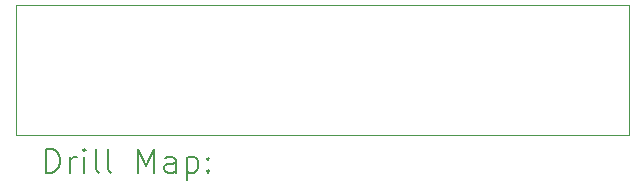
<source format=gbr>
%TF.GenerationSoftware,KiCad,Pcbnew,7.99.0-3522-gc5520b3eef-dirty*%
%TF.CreationDate,2023-12-16T18:04:05+00:00*%
%TF.ProjectId,display module,64697370-6c61-4792-906d-6f64756c652e,rev?*%
%TF.SameCoordinates,Original*%
%TF.FileFunction,Drillmap*%
%TF.FilePolarity,Positive*%
%FSLAX45Y45*%
G04 Gerber Fmt 4.5, Leading zero omitted, Abs format (unit mm)*
G04 Created by KiCad (PCBNEW 7.99.0-3522-gc5520b3eef-dirty) date 2023-12-16 18:04:05*
%MOMM*%
%LPD*%
G01*
G04 APERTURE LIST*
%ADD10C,0.100000*%
%ADD11C,0.200000*%
G04 APERTURE END LIST*
D10*
X13092820Y-5060000D02*
X18280000Y-5060000D01*
X18280000Y-6160000D01*
X13092820Y-6160000D01*
X13092820Y-5060000D01*
D11*
X13348596Y-6476484D02*
X13348596Y-6276484D01*
X13348596Y-6276484D02*
X13396215Y-6276484D01*
X13396215Y-6276484D02*
X13424787Y-6286008D01*
X13424787Y-6286008D02*
X13443834Y-6305055D01*
X13443834Y-6305055D02*
X13453358Y-6324103D01*
X13453358Y-6324103D02*
X13462882Y-6362198D01*
X13462882Y-6362198D02*
X13462882Y-6390769D01*
X13462882Y-6390769D02*
X13453358Y-6428865D01*
X13453358Y-6428865D02*
X13443834Y-6447912D01*
X13443834Y-6447912D02*
X13424787Y-6466960D01*
X13424787Y-6466960D02*
X13396215Y-6476484D01*
X13396215Y-6476484D02*
X13348596Y-6476484D01*
X13548596Y-6476484D02*
X13548596Y-6343150D01*
X13548596Y-6381246D02*
X13558120Y-6362198D01*
X13558120Y-6362198D02*
X13567644Y-6352674D01*
X13567644Y-6352674D02*
X13586692Y-6343150D01*
X13586692Y-6343150D02*
X13605739Y-6343150D01*
X13672406Y-6476484D02*
X13672406Y-6343150D01*
X13672406Y-6276484D02*
X13662882Y-6286008D01*
X13662882Y-6286008D02*
X13672406Y-6295531D01*
X13672406Y-6295531D02*
X13681930Y-6286008D01*
X13681930Y-6286008D02*
X13672406Y-6276484D01*
X13672406Y-6276484D02*
X13672406Y-6295531D01*
X13796215Y-6476484D02*
X13777168Y-6466960D01*
X13777168Y-6466960D02*
X13767644Y-6447912D01*
X13767644Y-6447912D02*
X13767644Y-6276484D01*
X13900977Y-6476484D02*
X13881930Y-6466960D01*
X13881930Y-6466960D02*
X13872406Y-6447912D01*
X13872406Y-6447912D02*
X13872406Y-6276484D01*
X14129549Y-6476484D02*
X14129549Y-6276484D01*
X14129549Y-6276484D02*
X14196215Y-6419341D01*
X14196215Y-6419341D02*
X14262882Y-6276484D01*
X14262882Y-6276484D02*
X14262882Y-6476484D01*
X14443834Y-6476484D02*
X14443834Y-6371722D01*
X14443834Y-6371722D02*
X14434311Y-6352674D01*
X14434311Y-6352674D02*
X14415263Y-6343150D01*
X14415263Y-6343150D02*
X14377168Y-6343150D01*
X14377168Y-6343150D02*
X14358120Y-6352674D01*
X14443834Y-6466960D02*
X14424787Y-6476484D01*
X14424787Y-6476484D02*
X14377168Y-6476484D01*
X14377168Y-6476484D02*
X14358120Y-6466960D01*
X14358120Y-6466960D02*
X14348596Y-6447912D01*
X14348596Y-6447912D02*
X14348596Y-6428865D01*
X14348596Y-6428865D02*
X14358120Y-6409817D01*
X14358120Y-6409817D02*
X14377168Y-6400293D01*
X14377168Y-6400293D02*
X14424787Y-6400293D01*
X14424787Y-6400293D02*
X14443834Y-6390769D01*
X14539073Y-6343150D02*
X14539073Y-6543150D01*
X14539073Y-6352674D02*
X14558120Y-6343150D01*
X14558120Y-6343150D02*
X14596215Y-6343150D01*
X14596215Y-6343150D02*
X14615263Y-6352674D01*
X14615263Y-6352674D02*
X14624787Y-6362198D01*
X14624787Y-6362198D02*
X14634311Y-6381246D01*
X14634311Y-6381246D02*
X14634311Y-6438388D01*
X14634311Y-6438388D02*
X14624787Y-6457436D01*
X14624787Y-6457436D02*
X14615263Y-6466960D01*
X14615263Y-6466960D02*
X14596215Y-6476484D01*
X14596215Y-6476484D02*
X14558120Y-6476484D01*
X14558120Y-6476484D02*
X14539073Y-6466960D01*
X14720025Y-6457436D02*
X14729549Y-6466960D01*
X14729549Y-6466960D02*
X14720025Y-6476484D01*
X14720025Y-6476484D02*
X14710501Y-6466960D01*
X14710501Y-6466960D02*
X14720025Y-6457436D01*
X14720025Y-6457436D02*
X14720025Y-6476484D01*
X14720025Y-6352674D02*
X14729549Y-6362198D01*
X14729549Y-6362198D02*
X14720025Y-6371722D01*
X14720025Y-6371722D02*
X14710501Y-6362198D01*
X14710501Y-6362198D02*
X14720025Y-6352674D01*
X14720025Y-6352674D02*
X14720025Y-6371722D01*
M02*

</source>
